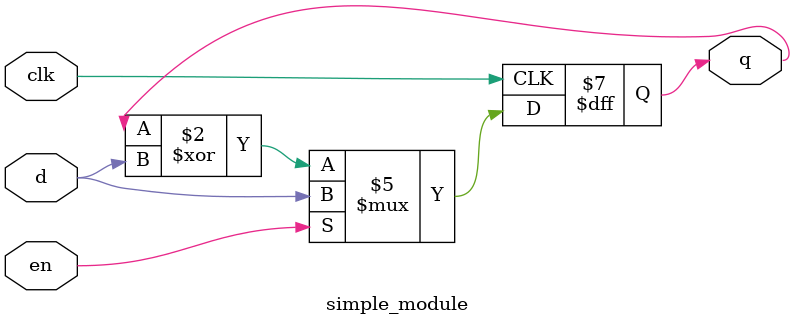
<source format=v>
`timescale 1ns/1ps

module simple_module (
		      input clk,
		      input en,
		      input d,
		      output reg q
		      );
initial begin
	q = 0;
end

   always @(posedge clk) begin
      if (en)
	q <= d;   // NON-BLOCKING ASSIGNMENT specifies D Flip Flop
      else        // The flip-flop creates a one-cycle delay before
	q <= q^d;   // q is changed
   end
endmodule // simple_module

</source>
